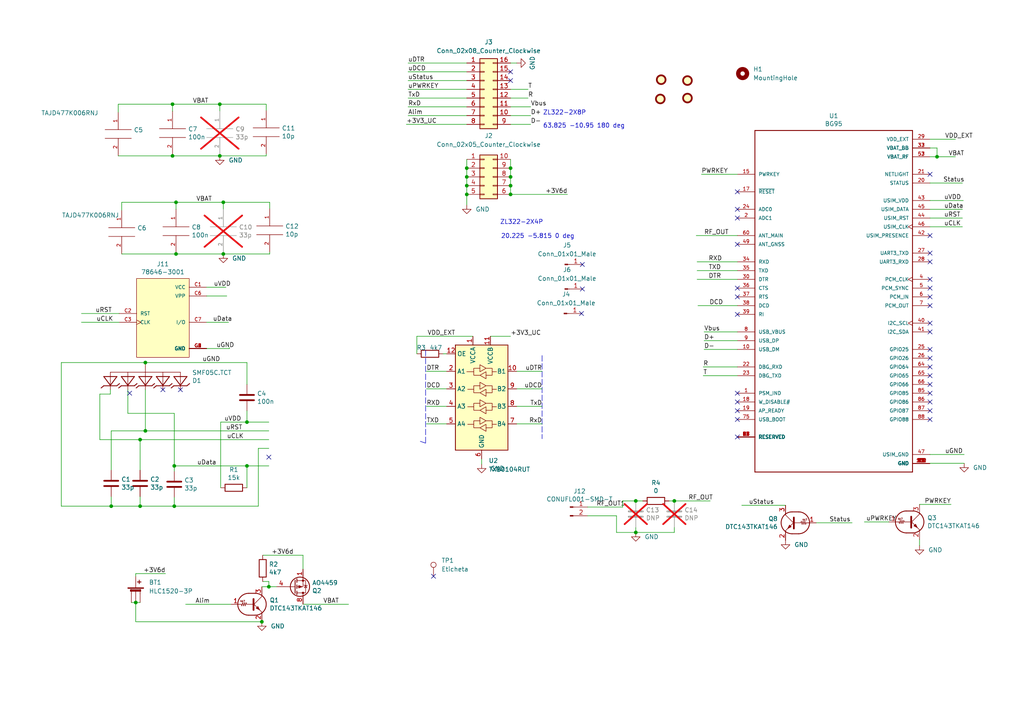
<source format=kicad_sch>
(kicad_sch (version 20231120) (generator "eeschema") (generator_version "8.0")
  (paper "A4")
  (title_block (title "Modem BG95") (rev "4.0") (company "Delta Electronics SRL"))
  (lib_symbols
    (symbol "BG95:BG95" (pin_names (offset 1.016))
      (property "Reference" "U" (at -22.86 49.276 0))
      (property "Value" "BG95_BG95" (at -22.86 -53.34 0))
      (symbol "BG95_0_0"
        (pin output line (at -27.94 -27.94 0) (length 5.08) (name "PSM_IND") (number "1"))
        (pin bidirectional line (at -27.94 -15.24 0) (length 5.08) (name "USB_DM") (number "10"))
        (pin power_in line (at 27.94 -48.26 180) (length 5.08) (name "GND") (number "100"))
        (pin power_in line (at 27.94 -48.26 180) (length 5.08) (name "GND") (number "101"))
        (pin power_in line (at 27.94 -48.26 180) (length 5.08) (name "GND") (number "102"))
        (pin bidirectional line (at -27.94 -40.64 0) (length 5.08) (name "RESERVED") (number "11"))
        (pin bidirectional line (at -27.94 -40.64 0) (length 5.08) (name "RESERVED") (number "12"))
        (pin bidirectional line (at -27.94 -40.64 0) (length 5.08) (name "RESERVED") (number "13"))
        (pin bidirectional line (at -27.94 -40.64 0) (length 5.08) (name "RESERVED") (number "14"))
        (pin input line (at -27.94 35.56 0) (length 5.08) (name "PWRKEY") (number "15"))
        (pin bidirectional line (at -27.94 -40.64 0) (length 5.08) (name "RESERVED") (number "16"))
        (pin input line (at -27.94 30.48 0) (length 5.08) (name "~{RESET}") (number "17"))
        (pin input line (at -27.94 -30.48 0) (length 5.08) (name "W_DISABLE#") (number "18"))
        (pin input line (at -27.94 -33.02 0) (length 5.08) (name "AP_READY") (number "19"))
        (pin input line (at -27.94 22.86 0) (length 5.08) (name "ADC1") (number "2"))
        (pin output line (at 27.94 33.02 180) (length 5.08) (name "STATUS") (number "20"))
        (pin output line (at 27.94 35.56 180) (length 5.08) (name "NETLIGHT") (number "21"))
        (pin input line (at -27.94 -20.32 0) (length 5.08) (name "DBG_RXD") (number "22"))
        (pin output line (at -27.94 -22.86 0) (length 5.08) (name "DBG_TXD") (number "23"))
        (pin input line (at -27.94 25.4 0) (length 5.08) (name "ADC0") (number "24"))
        (pin bidirectional line (at 27.94 -15.24 180) (length 5.08) (name "GPIO25") (number "25"))
        (pin bidirectional line (at 27.94 -17.78 180) (length 5.08) (name "GPIO26") (number "26"))
        (pin output line (at 27.94 12.7 180) (length 5.08) (name "UART3_TXD") (number "27"))
        (pin input line (at 27.94 10.16 180) (length 5.08) (name "UART3_RXD") (number "28"))
        (pin power_in line (at 27.94 45.72 180) (length 5.08) (name "VDD_EXT") (number "29"))
        (pin power_in line (at 27.94 -48.26 180) (length 5.08) (name "GND") (number "3"))
        (pin input line (at -27.94 5.08 0) (length 5.08) (name "DTR") (number "30"))
        (pin power_in line (at 27.94 -48.26 180) (length 5.08) (name "GND") (number "31"))
        (pin power_in line (at 27.94 43.18 180) (length 5.08) (name "VBAT_BB") (number "32"))
        (pin power_in line (at 27.94 43.18 180) (length 5.08) (name "VBAT_BB") (number "33"))
        (pin input line (at -27.94 10.16 0) (length 5.08) (name "RXD") (number "34"))
        (pin output line (at -27.94 7.62 0) (length 5.08) (name "TXD") (number "35"))
        (pin output line (at -27.94 2.54 0) (length 5.08) (name "CTS") (number "36"))
        (pin input line (at -27.94 0 0) (length 5.08) (name "RTS") (number "37"))
        (pin output line (at -27.94 -2.54 0) (length 5.08) (name "DCD") (number "38"))
        (pin output line (at -27.94 -5.08 0) (length 5.08) (name "RI") (number "39"))
        (pin output clock (at 27.94 5.08 180) (length 5.08) (name "PCM_CLK") (number "4"))
        (pin output clock (at 27.94 -7.62 180) (length 5.08) (name "I2C_SCL") (number "40"))
        (pin bidirectional line (at 27.94 -10.16 180) (length 5.08) (name "I2C_SDA") (number "41"))
        (pin input line (at 27.94 17.78 180) (length 5.08) (name "USIM_PRESENCE") (number "42"))
        (pin power_in line (at 27.94 27.94 180) (length 5.08) (name "USIM_VDD") (number "43"))
        (pin output line (at 27.94 22.86 180) (length 5.08) (name "USIM_RST") (number "44"))
        (pin bidirectional line (at 27.94 25.4 180) (length 5.08) (name "USIM_DATA") (number "45"))
        (pin output clock (at 27.94 20.32 180) (length 5.08) (name "USIM_CLK") (number "46"))
        (pin power_in line (at 27.94 -45.72 180) (length 5.08) (name "USIM_GND") (number "47"))
        (pin power_in line (at 27.94 -48.26 180) (length 5.08) (name "GND") (number "48"))
        (pin input line (at -27.94 15.24 0) (length 5.08) (name "ANT_GNSS") (number "49"))
        (pin output line (at 27.94 2.54 180) (length 5.08) (name "PCM_SYNC") (number "5"))
        (pin power_in line (at 27.94 -48.26 180) (length 5.08) (name "GND") (number "50"))
        (pin bidirectional line (at -27.94 -40.64 0) (length 5.08) (name "RESERVED") (number "51"))
        (pin power_in line (at 27.94 40.64 180) (length 5.08) (name "VBAT_RF") (number "52"))
        (pin power_in line (at 27.94 40.64 180) (length 5.08) (name "VBAT_RF") (number "53"))
        (pin power_in line (at 27.94 -48.26 180) (length 5.08) (name "GND") (number "54"))
        (pin power_in line (at 27.94 -48.26 180) (length 5.08) (name "GND") (number "55"))
        (pin bidirectional line (at -27.94 -40.64 0) (length 5.08) (name "RESERVED") (number "56"))
        (pin bidirectional line (at -27.94 -40.64 0) (length 5.08) (name "RESERVED") (number "57"))
        (pin power_in line (at 27.94 -48.26 180) (length 5.08) (name "GND") (number "58"))
        (pin power_in line (at 27.94 -48.26 180) (length 5.08) (name "GND") (number "59"))
        (pin input line (at 27.94 0 180) (length 5.08) (name "PCM_IN") (number "6"))
        (pin bidirectional line (at -27.94 17.78 0) (length 5.08) (name "ANT_MAIN") (number "60"))
        (pin power_in line (at 27.94 -48.26 180) (length 5.08) (name "GND") (number "61"))
        (pin power_in line (at 27.94 -48.26 180) (length 5.08) (name "GND") (number "62"))
        (pin bidirectional line (at -27.94 -40.64 0) (length 5.08) (name "RESERVED") (number "63"))
        (pin bidirectional line (at 27.94 -20.32 180) (length 5.08) (name "GPIO64") (number "64"))
        (pin bidirectional line (at 27.94 -22.86 180) (length 5.08) (name "GPIO65") (number "65"))
        (pin bidirectional line (at 27.94 -25.4 180) (length 5.08) (name "GPIO66") (number "66"))
        (pin power_in line (at 27.94 -48.26 180) (length 5.08) (name "GND") (number "67"))
        (pin power_in line (at 27.94 -48.26 180) (length 5.08) (name "GND") (number "68"))
        (pin power_in line (at 27.94 -48.26 180) (length 5.08) (name "GND") (number "69"))
        (pin output line (at 27.94 -2.54 180) (length 5.08) (name "PCM_OUT") (number "7"))
        (pin power_in line (at 27.94 -48.26 180) (length 5.08) (name "GND") (number "70"))
        (pin power_in line (at 27.94 -48.26 180) (length 5.08) (name "GND") (number "71"))
        (pin power_in line (at 27.94 -48.26 180) (length 5.08) (name "GND") (number "72"))
        (pin power_in line (at 27.94 -48.26 180) (length 5.08) (name "GND") (number "73"))
        (pin power_in line (at 27.94 -48.26 180) (length 5.08) (name "GND") (number "74"))
        (pin input line (at -27.94 -35.56 0) (length 5.08) (name "USB_BOOT") (number "75"))
        (pin bidirectional line (at -27.94 -40.64 0) (length 5.08) (name "RESERVED") (number "76"))
        (pin bidirectional line (at -27.94 -40.64 0) (length 5.08) (name "RESERVED") (number "77"))
        (pin bidirectional line (at -27.94 -40.64 0) (length 5.08) (name "RESERVED") (number "78"))
        (pin power_in line (at 27.94 -48.26 180) (length 5.08) (name "GND") (number "79"))
        (pin input line (at -27.94 -10.16 0) (length 5.08) (name "USB_VBUS") (number "8"))
        (pin power_in line (at 27.94 -48.26 180) (length 5.08) (name "GND") (number "80"))
        (pin power_in line (at 27.94 -48.26 180) (length 5.08) (name "GND") (number "81"))
        (pin power_in line (at 27.94 -48.26 180) (length 5.08) (name "GND") (number "82"))
        (pin bidirectional line (at -27.94 -40.64 0) (length 5.08) (name "RESERVED") (number "83"))
        (pin bidirectional line (at -27.94 -40.64 0) (length 5.08) (name "RESERVED") (number "84"))
        (pin bidirectional line (at 27.94 -27.94 180) (length 5.08) (name "GPIO85") (number "85"))
        (pin bidirectional line (at 27.94 -30.48 180) (length 5.08) (name "GPIO86") (number "86"))
        (pin bidirectional line (at 27.94 -33.02 180) (length 5.08) (name "GPIO87") (number "87"))
        (pin bidirectional line (at 27.94 -35.56 180) (length 5.08) (name "GPIO88") (number "88"))
        (pin power_in line (at 27.94 -48.26 180) (length 5.08) (name "GND") (number "89"))
        (pin bidirectional line (at -27.94 -12.7 0) (length 5.08) (name "USB_DP") (number "9"))
        (pin power_in line (at 27.94 -48.26 180) (length 5.08) (name "GND") (number "90"))
        (pin power_in line (at 27.94 -48.26 180) (length 5.08) (name "GND") (number "91"))
        (pin bidirectional line (at -27.94 -40.64 0) (length 5.08) (name "RESERVED") (number "92"))
        (pin bidirectional line (at -27.94 -40.64 0) (length 5.08) (name "RESERVED") (number "93"))
        (pin bidirectional line (at -27.94 -40.64 0) (length 5.08) (name "RESERVED") (number "94"))
        (pin bidirectional line (at -27.94 -40.64 0) (length 5.08) (name "RESERVED") (number "95"))
        (pin bidirectional line (at -27.94 -40.64 0) (length 5.08) (name "RESERVED") (number "96"))
        (pin bidirectional line (at -27.94 -40.64 0) (length 5.08) (name "RESERVED") (number "97"))
        (pin bidirectional line (at -27.94 -40.64 0) (length 5.08) (name "RESERVED") (number "98"))
        (pin bidirectional line (at -27.94 -40.64 0) (length 5.08) (name "RESERVED") (number "99"))
      )
    )
    (symbol "Connector:Conn_01x01_Male" (pin_names (offset 1.016) hide)
      (property "Reference" "J" (at 0 2.54 0))
      (property "Value" "Conn_01x01_Male" (at 0 -2.54 0))
      (symbol "Conn_01x01_Male_1_1"
        (pin passive line (at 5.08 0 180) (length 3.81) (name "Pin_1") (number "1"))
      )
    )
    (symbol "Connector:Conn_01x02_Male" (pin_names (offset 1.016) hide)
      (property "Reference" "J" (at 0 2.54 0))
      (property "Value" "Conn_01x02_Male" (at 0 -5.08 0))
      (symbol "Conn_01x02_Male_1_1"
        (pin passive line (at 5.08 0 180) (length 3.81) (name "Pin_1") (number "1"))
        (pin passive line (at 5.08 -2.54 180) (length 3.81) (name "Pin_2") (number "2"))
      )
    )
    (symbol "Connector:TestPoint" (pin_numbers hide) (pin_names (offset 0.762) hide)
      (property "Reference" "TP" (at 0 6.858 0))
      (property "Value" "TestPoint" (at 0 5.08 0))
      (symbol "TestPoint_1_1"
        (pin passive line (at 0 0 90) (length 2.54) (name "1") (number "1"))
      )
    )
    (symbol "Connector_Generic:Conn_02x05_Counter_Clockwise" (pin_names (offset 1.016) hide)
      (property "Reference" "J" (at 1.27 7.62 0))
      (property "Value" "Conn_02x05_Counter_Clockwise" (at 1.27 -7.62 0))
      (symbol "Conn_02x05_Counter_Clockwise_1_1"
        (pin passive line (at -5.08 5.08 0) (length 3.81) (name "Pin_1") (number "1"))
        (pin passive line (at 7.62 5.08 180) (length 3.81) (name "Pin_10") (number "10"))
        (pin passive line (at -5.08 2.54 0) (length 3.81) (name "Pin_2") (number "2"))
        (pin passive line (at -5.08 0 0) (length 3.81) (name "Pin_3") (number "3"))
        (pin passive line (at -5.08 -2.54 0) (length 3.81) (name "Pin_4") (number "4"))
        (pin passive line (at -5.08 -5.08 0) (length 3.81) (name "Pin_5") (number "5"))
        (pin passive line (at 7.62 -5.08 180) (length 3.81) (name "Pin_6") (number "6"))
        (pin passive line (at 7.62 -2.54 180) (length 3.81) (name "Pin_7") (number "7"))
        (pin passive line (at 7.62 0 180) (length 3.81) (name "Pin_8") (number "8"))
        (pin passive line (at 7.62 2.54 180) (length 3.81) (name "Pin_9") (number "9"))
      )
    )
    (symbol "Connector_Generic:Conn_02x08_Counter_Clockwise" (pin_names (offset 1.016) hide)
      (property "Reference" "J" (at 1.27 10.16 0))
      (property "Value" "Conn_02x08_Counter_Clockwise" (at 1.27 -12.7 0))
      (symbol "Conn_02x08_Counter_Clockwise_1_1"
        (pin passive line (at -5.08 7.62 0) (length 3.81) (name "Pin_1") (number "1"))
        (pin passive line (at 7.62 -7.62 180) (length 3.81) (name "Pin_10") (number "10"))
        (pin passive line (at 7.62 -5.08 180) (length 3.81) (name "Pin_11") (number "11"))
        (pin passive line (at 7.62 -2.54 180) (length 3.81) (name "Pin_12") (number "12"))
        (pin passive line (at 7.62 0 180) (length 3.81) (name "Pin_13") (number "13"))
        (pin passive line (at 7.62 2.54 180) (length 3.81) (name "Pin_14") (number "14"))
        (pin passive line (at 7.62 5.08 180) (length 3.81) (name "Pin_15") (number "15"))
        (pin passive line (at 7.62 7.62 180) (length 3.81) (name "Pin_16") (number "16"))
        (pin passive line (at -5.08 5.08 0) (length 3.81) (name "Pin_2") (number "2"))
        (pin passive line (at -5.08 2.54 0) (length 3.81) (name "Pin_3") (number "3"))
        (pin passive line (at -5.08 0 0) (length 3.81) (name "Pin_4") (number "4"))
        (pin passive line (at -5.08 -2.54 0) (length 3.81) (name "Pin_5") (number "5"))
        (pin passive line (at -5.08 -5.08 0) (length 3.81) (name "Pin_6") (number "6"))
        (pin passive line (at -5.08 -7.62 0) (length 3.81) (name "Pin_7") (number "7"))
        (pin passive line (at -5.08 -10.16 0) (length 3.81) (name "Pin_8") (number "8"))
        (pin passive line (at 7.62 -10.16 180) (length 3.81) (name "Pin_9") (number "9"))
      )
    )
    (symbol "Device:C" (pin_numbers hide) (pin_names (offset 0.254))
      (property "Reference" "C" (at 0.635 2.54 0))
      (property "Value" "C" (at 0.635 -2.54 0))
      (symbol "C_1_1"
        (pin passive line (at 0 3.81 270) (length 2.794) (name "~") (number "1"))
        (pin passive line (at 0 -3.81 90) (length 2.794) (name "~") (number "2"))
      )
    )
    (symbol "Device:HLC1520-3P" (pin_numbers hide) (pin_names (offset 0) hide)
      (property "Reference" "BT" (at 2.54 2.54 0))
      (property "Value" "HLC1520-3P" (at 2.54 0 0))
      (symbol "HLC1520-3P_1_1"
        (pin passive line (at 0 5.08 270) (length 2.54) (name "+") (number "1"))
        (pin passive line (at 0 -2.54 90) (length 2.54) (name "-") (number "2"))
        (pin passive line (at -1.27 -2.54 90) (length 2.54) (name "-") (number "3"))
        (pin passive line (at 1.27 -2.54 90) (length 2.54) (name "-") (number "4"))
      )
    )
    (symbol "Device:R" (pin_numbers hide) (pin_names (offset 0))
      (property "Reference" "R" (at 2.032 0 90))
      (property "Value" "R" (at 0 0 90))
      (symbol "R_1_1"
        (pin passive line (at 0 3.81 270) (length 1.27) (name "~") (number "1"))
        (pin passive line (at 0 -3.81 90) (length 1.27) (name "~") (number "2"))
      )
    )
    (symbol "Logic_LevelTranslator:TXB0104RUT"
      (property "Reference" "U" (at -6.35 16.51 0))
      (property "Value" "TXB0104RUT" (at 3.81 16.51 0))
      (symbol "TXB0104RUT_1_1"
        (pin power_in line (at -2.54 17.78 270) (length 2.54) (name "VCCA") (number "1"))
        (pin tri_state line (at 10.16 7.62 180) (length 2.54) (name "B1") (number "10"))
        (pin power_in line (at 2.54 17.78 270) (length 2.54) (name "VCCB") (number "11"))
        (pin input line (at -10.16 12.7 0) (length 2.54) (name "OE") (number "12"))
        (pin tri_state line (at -10.16 7.62 0) (length 2.54) (name "A1") (number "2"))
        (pin tri_state line (at -10.16 2.54 0) (length 2.54) (name "A2") (number "3"))
        (pin tri_state line (at -10.16 -2.54 0) (length 2.54) (name "A3") (number "4"))
        (pin tri_state line (at -10.16 -7.62 0) (length 2.54) (name "A4") (number "5"))
        (pin power_in line (at 0 -17.78 90) (length 2.54) (name "GND") (number "6"))
        (pin tri_state line (at 10.16 -7.62 180) (length 2.54) (name "B4") (number "7"))
        (pin tri_state line (at 10.16 -2.54 180) (length 2.54) (name "B3") (number "8"))
        (pin tri_state line (at 10.16 2.54 180) (length 2.54) (name "B2") (number "9"))
      )
    )
    (symbol "Mechanical:Fiducial"
      (property "Reference" "FID" (at 0 5.08 0))
      (property "Value" "Fiducial" (at 0 3.175 0))
    )
    (symbol "Mechanical:MountingHole" (pin_names (offset 1.016))
      (property "Reference" "H" (at 0 5.08 0))
      (property "Value" "MountingHole" (at 0 3.175 0))
    )
    (symbol "SMF05C:SMF05C" (pin_numbers hide) (pin_names (offset 1.016) hide)
      (property "Reference" "D" (at -23.0124 0.1016 0))
      (property "Value" "SMF05C_SMF05C" (at -23.0378 -1.9558 0))
      (symbol "SMF05C_0_0"
        (pin passive line (at -7.62 2.54 270) (length 2.54) (name "~") (number "1"))
        (pin passive line (at 2.54 -5.08 90) (length 2.54) (name "~") (number "2"))
        (pin passive line (at -2.54 2.54 270) (length 2.54) (name "~") (number "3"))
        (pin passive line (at 2.54 2.54 270) (length 2.54) (name "~") (number "4"))
        (pin passive line (at 7.62 2.54 270) (length 2.54) (name "~") (number "5"))
        (pin passive line (at 12.7 2.54 270) (length 2.54) (name "~") (number "6"))
      )
    )
    (symbol "SimSocketMolex:78646-3001" (pin_names (offset 1.016))
      (property "Reference" "J" (at -7.112 10.668 0))
      (property "Value" "SimSocketMolex_78646-3001" (at -7.3914 -14.7828 0))
      (symbol "78646-3001_0_0"
        (pin power_in line (at 12.7 7.62 180) (length 5.08) (name "VCC") (number "C1"))
        (pin input line (at -12.7 0 0) (length 5.08) (name "RST") (number "C2"))
        (pin input clock (at -12.7 -2.54 0) (length 5.08) (name "CLK") (number "C3"))
        (pin power_in line (at 12.7 -10.16 180) (length 5.08) (name "GND") (number "C5"))
        (pin power_in line (at 12.7 5.08 180) (length 5.08) (name "VPP") (number "C6"))
        (pin bidirectional line (at 12.7 -2.54 180) (length 5.08) (name "I/O") (number "C7"))
        (pin power_in line (at 12.7 -10.16 180) (length 5.08) (name "GND") (number "G1"))
        (pin power_in line (at 12.7 -10.16 180) (length 5.08) (name "GND") (number "G2"))
        (pin power_in line (at 12.7 -10.16 180) (length 5.08) (name "GND") (number "G3"))
        (pin power_in line (at 12.7 -10.16 180) (length 5.08) (name "GND") (number "G4"))
        (pin power_in line (at 12.7 -10.16 180) (length 5.08) (name "GND") (number "G5"))
        (pin power_in line (at 12.7 -10.16 180) (length 5.08) (name "GND") (number "G6"))
      )
    )
    (symbol "Transistor_BJT:DTC143T" (pin_names (offset 0) hide)
      (property "Reference" "Q" (at 5.08 1.905 0))
      (property "Value" "DTC143T" (at 5.08 0 0))
      (symbol "DTC143T_0_0"
        (text "4k7" (at -3.048 0.889 0) (effects (font (size 0.508 0.508))))
      )
      (symbol "DTC143T_1_1"
        (pin input line (at -6.35 0 0) (length 2.54) (name "B") (number "1"))
        (pin passive line (at 2.54 -5.08 90) (length 2.54) (name "E") (number "2"))
        (pin passive line (at 2.54 5.08 270) (length 2.54) (name "C") (number "3"))
      )
    )
    (symbol "Transistor_FET:FDS9435A" (pin_names hide)
      (property "Reference" "Q" (at 5.08 1.905 0))
      (property "Value" "FDS9435A" (at 5.08 0 0))
      (symbol "FDS9435A_1_1"
        (pin passive line (at 2.54 -5.08 90) (length 2.54) (name "S") (number "1"))
        (pin passive line (at 2.54 -5.08 90) (length 2.54) hide (name "S") (number "2"))
        (pin passive line (at 2.54 -5.08 90) (length 2.54) hide (name "S") (number "3"))
        (pin passive line (at -5.08 0 0) (length 2.54) (name "G") (number "4"))
        (pin passive line (at 2.54 5.08 270) (length 2.54) hide (name "D") (number "5"))
        (pin passive line (at 2.54 5.08 270) (length 2.54) hide (name "D") (number "6"))
        (pin passive line (at 2.54 5.08 270) (length 2.54) hide (name "D") (number "7"))
        (pin passive line (at 2.54 5.08 270) (length 2.54) (name "D") (number "8"))
      )
    )
    (symbol "power:GND" (power) (pin_names (offset 0))
      (property "Value" "GND" (at 0 -3.81 0))
      (symbol "GND_1_1"
        (pin power_in line (at 0 0 270) (length 0) hide (name "GND") (number "1"))
      )
    )
    (symbol "pspice:CAP" (pin_names (offset 0.254))
      (property "Reference" "C" (at 2.54 3.81 90))
      (property "Value" "CAP" (at 2.54 -3.81 90))
      (symbol "CAP_1_1"
        (pin passive line (at 0 6.35 270) (length 5.08) (name "~") (number "1"))
        (pin passive line (at 0 -6.35 90) (length 5.08) (name "~") (number "2"))
      )
    )
  )
  (junction (at 148.082 51.308))
  (junction (at 135.382 48.768))
  (junction (at 184.404 145.288))
  (junction (at 64.77 58.674))
  (junction (at 42.164 124.968))
  (junction (at 135.382 53.848))
  (junction (at 50.546 146.812))
  (junction (at 64.77 73.66))
  (junction (at 77.978 170.18))
  (junction (at 50.038 45.212))
  (junction (at 71.628 122.428))
  (junction (at 42.164 105.156))
  (junction (at 51.054 58.674))
  (junction (at 195.58 145.288))
  (junction (at 51.054 73.66))
  (junction (at 184.404 154.432))
  (junction (at 135.382 56.388))
  (junction (at 32.258 146.812))
  (junction (at 148.082 53.848))
  (junction (at 148.082 48.768))
  (junction (at 75.946 180.34))
  (junction (at 50.038 30.226))
  (junction (at 50.546 135.128))
  (junction (at 71.628 135.128))
  (junction (at 271.78 45.466))
  (junction (at 39.37 174.752))
  (junction (at 63.754 30.226))
  (junction (at 63.754 45.212))
  (junction (at 40.64 146.812))
  (junction (at 40.64 127.508))
  (junction (at 135.382 51.308))
  (junction (at 148.082 56.388))
  (no_connect (at 168.656 90.932))
  (no_connect (at 269.748 106.426))
  (no_connect (at 52.324 113.03))
  (no_connect (at 269.748 75.946))
  (no_connect (at 213.868 114.046))
  (no_connect (at 213.868 121.666))
  (no_connect (at 213.868 86.106))
  (no_connect (at 269.748 114.046))
  (no_connect (at 168.91 76.708))
  (no_connect (at 269.748 101.346))
  (no_connect (at 269.748 68.326))
  (no_connect (at 269.748 116.586))
  (no_connect (at 269.748 121.666))
  (no_connect (at 213.868 119.126))
  (no_connect (at 148.082 23.368))
  (no_connect (at 148.082 20.828))
  (no_connect (at 213.868 83.566))
  (no_connect (at 269.748 93.726))
  (no_connect (at 269.748 119.126))
  (no_connect (at 269.748 108.966))
  (no_connect (at 125.73 167.132))
  (no_connect (at 47.244 113.03))
  (no_connect (at 213.868 126.746))
  (no_connect (at 213.868 116.586))
  (no_connect (at 269.748 86.106))
  (no_connect (at 269.748 83.566))
  (no_connect (at 213.868 91.186))
  (no_connect (at 77.978 132.588))
  (no_connect (at 213.868 70.866))
  (no_connect (at 37.592 114.046))
  (no_connect (at 269.748 73.406))
  (no_connect (at 269.748 88.646))
  (no_connect (at 213.868 55.626))
  (no_connect (at 269.748 50.546))
  (no_connect (at 269.748 103.886))
  (no_connect (at 269.748 81.026))
  (no_connect (at 213.868 63.246))
  (no_connect (at 213.868 60.706))
  (no_connect (at 269.748 96.266))
  (no_connect (at 269.748 111.506))
  (no_connect (at 168.91 83.82))
  (wire (pts (xy 74.93 146.812) (xy 50.546 146.812)))
  (wire (pts (xy 118.364 28.448) (xy 135.382 28.448)))
  (wire (pts (xy 148.082 36.068) (xy 153.924 36.068)))
  (wire (pts (xy 37.084 119.888) (xy 37.084 113.03)))
  (wire (pts (xy 180.594 145.288) (xy 180.594 147.066)))
  (wire (pts (xy 203.962 108.966) (xy 213.868 108.966)))
  (wire (pts (xy 204.216 98.806) (xy 213.868 98.806)))
  (wire (pts (xy 266.7 156.464) (xy 266.7 158.242)))
  (wire (pts (xy 35.306 58.674) (xy 51.054 58.674)))
  (wire (pts (xy 157.226 107.696) (xy 149.86 107.696)))
  (wire (pts (xy 195.58 152.908) (xy 195.58 154.432)))
  (wire (pts (xy 204.216 96.266) (xy 213.868 96.266)))
  (wire (pts (xy 40.64 144.018) (xy 40.64 146.812)))
  (wire (pts (xy 50.038 30.226) (xy 63.754 30.226)))
  (wire (pts (xy 269.748 65.786) (xy 279.146 65.786)))
  (wire (pts (xy 32.258 146.812) (xy 40.64 146.812)))
  (wire (pts (xy 17.78 146.812) (xy 32.258 146.812)))
  (wire (pts (xy 32.258 144.018) (xy 32.258 146.812)))
  (wire (pts (xy 120.904 97.536) (xy 120.904 102.616)))
  (wire (pts (xy 213.868 88.646) (xy 202.438 88.646)))
  (wire (pts (xy 64.008 122.428) (xy 71.628 122.428)))
  (wire (pts (xy 148.082 48.768) (xy 148.082 51.308)))
  (wire (pts (xy 59.944 85.852) (xy 65.786 85.852)))
  (wire (pts (xy 40.64 127.508) (xy 77.978 127.508)))
  (wire (pts (xy 39.37 166.37) (xy 48.006 166.37)))
  (wire (pts (xy 118.364 25.908) (xy 135.382 25.908)))
  (wire (pts (xy 76.2 168.656) (xy 77.978 168.656)))
  (wire (pts (xy 129.54 112.776) (xy 123.698 112.776)))
  (wire (pts (xy 50.038 32.258) (xy 50.038 30.226)))
  (wire (pts (xy 34.29 45.212) (xy 50.038 45.212)))
  (wire (pts (xy 269.748 42.926) (xy 271.78 42.926)))
  (wire (pts (xy 71.628 122.428) (xy 77.978 122.428)))
  (wire (pts (xy 78.232 73.66) (xy 78.232 73.152)))
  (wire (pts (xy 39.37 180.34) (xy 39.37 174.752)))
  (wire (pts (xy 32.258 124.968) (xy 32.258 136.398)))
  (wire (pts (xy 148.082 46.228) (xy 148.082 48.768)))
  (wire (pts (xy 50.038 45.212) (xy 50.038 44.958)))
  (wire (pts (xy 87.884 175.26) (xy 101.092 175.26)))
  (wire (pts (xy 269.748 45.466) (xy 271.78 45.466)))
  (wire (pts (xy 64.77 58.674) (xy 78.232 58.674)))
  (wire (pts (xy 77.216 30.226) (xy 77.216 32.004)))
  (wire (pts (xy 135.382 23.368) (xy 118.364 23.368)))
  (wire (pts (xy 118.364 30.988) (xy 135.382 30.988)))
  (wire (pts (xy 67.056 175.26) (xy 53.848 175.26)))
  (wire (pts (xy 50.546 135.128) (xy 71.628 135.128)))
  (polyline (pts (xy 157.226 103.124) (xy 157.226 127.254)) (stroke (width 0) (type dash)))
  (wire (pts (xy 35.306 60.96) (xy 35.306 58.674)))
  (wire (pts (xy 59.944 93.472) (xy 66.294 93.472)))
  (wire (pts (xy 34.29 30.226) (xy 50.038 30.226)))
  (wire (pts (xy 35.306 73.66) (xy 51.054 73.66)))
  (wire (pts (xy 50.546 119.888) (xy 37.084 119.888)))
  (wire (pts (xy 203.962 106.426) (xy 213.868 106.426)))
  (wire (pts (xy 139.7 133.096) (xy 139.7 134.62)))
  (wire (pts (xy 77.978 135.128) (xy 71.628 135.128)))
  (wire (pts (xy 148.082 30.988) (xy 153.924 30.988)))
  (wire (pts (xy 135.382 20.828) (xy 118.364 20.828)))
  (wire (pts (xy 28.956 114.3) (xy 32.004 114.3)))
  (wire (pts (xy 64.77 73.66) (xy 64.77 73.406)))
  (wire (pts (xy 77.978 170.18) (xy 80.264 170.18)))
  (wire (pts (xy 123.698 107.696) (xy 129.54 107.696)))
  (wire (pts (xy 184.404 154.432) (xy 195.58 154.432)))
  (wire (pts (xy 63.754 32.258) (xy 63.754 30.226)))
  (wire (pts (xy 42.164 113.03) (xy 42.164 124.968)))
  (wire (pts (xy 64.77 60.706) (xy 64.77 58.674)))
  (wire (pts (xy 39.37 174.752) (xy 40.64 174.752)))
  (wire (pts (xy 17.78 146.812) (xy 17.78 105.156)))
  (wire (pts (xy 148.082 53.848) (xy 148.082 56.388)))
  (wire (pts (xy 148.082 56.388) (xy 164.592 56.388)))
  (wire (pts (xy 195.58 145.288) (xy 205.994 145.288)))
  (wire (pts (xy 129.54 117.856) (xy 123.698 117.856)))
  (wire (pts (xy 34.544 93.472) (xy 23.622 93.472)))
  (wire (pts (xy 74.93 130.048) (xy 74.93 146.812)))
  (wire (pts (xy 257.81 151.384) (xy 250.698 151.384)))
  (wire (pts (xy 40.64 127.508) (xy 40.64 136.398)))
  (wire (pts (xy 213.868 81.026) (xy 202.184 81.026)))
  (wire (pts (xy 34.544 90.932) (xy 23.622 90.932)))
  (wire (pts (xy 157.226 117.856) (xy 149.86 117.856)))
  (wire (pts (xy 75.946 170.18) (xy 77.978 170.18)))
  (wire (pts (xy 66.548 101.092) (xy 66.548 100.838)))
  (wire (pts (xy 170.434 149.606) (xy 178.816 149.606)))
  (wire (pts (xy 51.054 60.706) (xy 51.054 58.674)))
  (wire (pts (xy 148.082 28.448) (xy 153.162 28.448)))
  (wire (pts (xy 63.754 30.226) (xy 77.216 30.226)))
  (wire (pts (xy 63.754 45.212) (xy 63.754 44.958)))
  (wire (pts (xy 180.594 147.066) (xy 170.434 147.066)))
  (wire (pts (xy 17.78 105.156) (xy 42.164 105.156)))
  (wire (pts (xy 184.404 145.288) (xy 186.436 145.288)))
  (wire (pts (xy 71.628 119.126) (xy 71.628 122.428)))
  (wire (pts (xy 77.216 45.212) (xy 77.216 44.704)))
  (wire (pts (xy 77.978 168.656) (xy 77.978 170.18)))
  (wire (pts (xy 271.78 42.926) (xy 271.78 45.466)))
  (wire (pts (xy 51.054 58.674) (xy 64.77 58.674)))
  (wire (pts (xy 64.77 73.66) (xy 78.232 73.66)))
  (wire (pts (xy 184.404 145.288) (xy 180.594 145.288)))
  (wire (pts (xy 78.232 58.674) (xy 78.232 60.452)))
  (wire (pts (xy 50.038 45.212) (xy 63.754 45.212)))
  (wire (pts (xy 213.868 68.326) (xy 201.93 68.326)))
  (wire (pts (xy 129.54 122.936) (xy 123.698 122.936)))
  (wire (pts (xy 40.64 127.508) (xy 28.956 127.508)))
  (wire (pts (xy 51.054 73.66) (xy 51.054 73.406)))
  (wire (pts (xy 269.748 53.086) (xy 279.146 53.086)))
  (wire (pts (xy 203.454 50.546) (xy 213.868 50.546)))
  (wire (pts (xy 77.978 124.968) (xy 42.164 124.968)))
  (wire (pts (xy 59.944 101.092) (xy 66.548 101.092)))
  (wire (pts (xy 194.056 145.288) (xy 195.58 145.288)))
  (wire (pts (xy 148.082 25.908) (xy 153.162 25.908)))
  (wire (pts (xy 135.382 46.228) (xy 135.382 48.768)))
  (wire (pts (xy 87.884 161.036) (xy 87.884 165.1)))
  (wire (pts (xy 157.226 112.776) (xy 149.86 112.776)))
  (wire (pts (xy 148.082 33.528) (xy 153.924 33.528)))
  (wire (pts (xy 135.382 56.388) (xy 135.382 59.436)))
  (wire (pts (xy 42.164 105.156) (xy 42.164 105.41)))
  (wire (pts (xy 59.944 83.312) (xy 65.532 83.312)))
  (wire (pts (xy 51.054 73.66) (xy 64.77 73.66)))
  (wire (pts (xy 135.382 48.768) (xy 135.382 51.308)))
  (wire (pts (xy 135.382 53.848) (xy 135.382 56.388)))
  (wire (pts (xy 269.748 40.386) (xy 277.114 40.386)))
  (wire (pts (xy 269.748 63.246) (xy 279.146 63.246)))
  (wire (pts (xy 128.524 102.616) (xy 129.54 102.616)))
  (wire (pts (xy 148.082 51.308) (xy 148.082 53.848)))
  (wire (pts (xy 266.7 146.304) (xy 275.844 146.304)))
  (wire (pts (xy 42.164 124.968) (xy 32.258 124.968)))
  (wire (pts (xy 42.164 105.156) (xy 71.628 105.156)))
  (wire (pts (xy 213.868 78.486) (xy 202.184 78.486)))
  (wire (pts (xy 63.754 45.212) (xy 77.216 45.212)))
  (wire (pts (xy 213.868 75.946) (xy 202.184 75.946)))
  (wire (pts (xy 269.748 58.166) (xy 279.4 58.166)))
  (wire (pts (xy 269.748 131.826) (xy 279.654 131.826)))
  (wire (pts (xy 178.816 149.606) (xy 178.816 154.432)))
  (wire (pts (xy 227.838 146.558) (xy 215.138 146.558)))
  (wire (pts (xy 32.004 114.3) (xy 32.004 113.03)))
  (wire (pts (xy 157.226 122.936) (xy 149.86 122.936)))
  (wire (pts (xy 50.546 119.888) (xy 50.546 135.128)))
  (wire (pts (xy 269.748 60.706) (xy 279.146 60.706)))
  (polyline (pts (xy 121.92 128.016) (xy 123.444 128.524)) (stroke (width 0) (type dash)))
  (wire (pts (xy 204.216 101.346) (xy 213.868 101.346)))
  (wire (pts (xy 120.904 97.536) (xy 137.16 97.536)))
  (wire (pts (xy 76.2 161.036) (xy 87.884 161.036)))
  (wire (pts (xy 236.728 151.638) (xy 247.142 151.638)))
  (wire (pts (xy 269.748 134.366) (xy 279.654 134.366)))
  (wire (pts (xy 178.816 154.432) (xy 184.404 154.432)))
  (wire (pts (xy 40.64 146.812) (xy 50.546 146.812)))
  (wire (pts (xy 71.628 105.156) (xy 71.628 111.506)))
  (wire (pts (xy 184.404 154.432) (xy 184.404 152.908)))
  (wire (pts (xy 50.546 144.272) (xy 50.546 146.812)))
  (wire (pts (xy 38.1 174.752) (xy 39.37 174.752)))
  (wire (pts (xy 75.946 180.34) (xy 39.37 180.34)))
  (wire (pts (xy 77.978 130.048) (xy 74.93 130.048)))
  (polyline (pts (xy 123.444 101.6) (xy 123.444 128.524)) (stroke (width 0) (type dash)))
  (wire (pts (xy 118.364 33.528) (xy 135.382 33.528)))
  (wire (pts (xy 39.37 166.37) (xy 39.37 167.132)))
  (wire (pts (xy 71.628 141.478) (xy 71.628 135.128)))
  (wire (pts (xy 50.546 135.128) (xy 50.546 136.652)))
  (wire (pts (xy 64.008 141.478) (xy 64.008 122.428)))
  (wire (pts (xy 142.24 97.536) (xy 148.082 97.536)))
  (wire (pts (xy 148.082 18.288) (xy 149.86 18.288)))
  (wire (pts (xy 34.29 32.512) (xy 34.29 30.226)))
  (wire (pts (xy 135.382 51.308) (xy 135.382 53.848)))
  (wire (pts (xy 135.382 36.068) (xy 117.856 36.068)))
  (wire (pts (xy 135.382 18.288) (xy 118.364 18.288)))
  (wire (pts (xy 28.956 127.508) (xy 28.956 114.3)))
  (wire (pts (xy 271.78 45.466) (xy 277.114 45.466)))
  (text "ZL322-2X8P" (at 157.48 33.528 0) (effects (font (size 1.27 1.27)) (justify left bottom)))
  (text "20.225 -5.815 0 deg" (at 145.288 69.342 0) (effects (font (size 1.27 1.27)) (justify left bottom)))
  (text "ZL322-2X4P\n\n" (at 145.034 67.31 0) (effects (font (size 1.27 1.27)) (justify left bottom)))
  (text "63.825 -10.95 180 deg" (at 157.48 37.338 0) (effects (font (size 1.27 1.27)) (justify left bottom)))
  (label "uDCD" (at 118.364 20.828 0))
  (label "VBAT" (at 55.88 30.226 0))
  (label "Status" (at 240.538 151.638 0))
  (label "+3V6d" (at 78.74 161.036 0))
  (label "D+" (at 153.924 33.528 0))
  (label "DTR" (at 205.486 81.026 0))
  (label "VDD_EXT" (at 274.066 40.386 0))
  (label "RXD" (at 205.486 75.946 0))
  (label "VDD_EXT" (at 123.952 97.536 0))
  (label "TXD" (at 205.486 78.486 0))
  (label "+3V3_UC" (at 148.082 97.536 0))
  (label "Vbus" (at 204.216 96.266 0))
  (label "uGND" (at 274.066 131.826 0))
  (label "DCD" (at 123.698 112.776 0))
  (label "uRST" (at 273.812 63.246 0))
  (label "D+" (at 204.216 98.806 0))
  (label "PWRKEY" (at 275.844 146.304 180))
  (label "uData" (at 61.722 93.472 0))
  (label "uDTR" (at 157.226 107.696 180))
  (label "uCLK" (at 273.812 65.786 0))
  (label "VBAT" (at 93.726 175.26 0))
  (label "uVDD" (at 61.976 83.312 0))
  (label "PWRKEY" (at 203.454 50.546 0))
  (label "VBAT" (at 275.082 45.466 0))
  (label "D-" (at 153.924 36.068 0))
  (label "uStatus" (at 217.17 146.558 0))
  (label "VBAT" (at 56.896 58.674 0))
  (label "R" (at 203.962 106.426 0))
  (label "uDCD" (at 157.226 112.776 180))
  (label "Alim" (at 56.642 175.26 0))
  (label "RxD" (at 157.226 122.936 180))
  (label "DTR" (at 123.698 107.696 0))
  (label "uStatus" (at 118.364 23.368 0))
  (label "+3V3_UC" (at 117.856 36.068 0))
  (label "Alim" (at 118.364 33.528 0))
  (label "Status" (at 273.558 53.086 0))
  (label "DCD" (at 205.74 88.646 0))
  (label "Vbus" (at 153.924 30.988 0))
  (label "uPWRKEY" (at 118.364 25.908 0))
  (label "uCLK" (at 27.94 93.472 0))
  (label "T" (at 203.962 108.966 0))
  (label "RxD" (at 118.364 30.988 0))
  (label "RF_OUT1" (at 172.974 147.066 0))
  (label "uVDD" (at 65.024 122.428 0))
  (label "uRST" (at 27.686 90.932 0))
  (label "RF_OUT" (at 204.216 68.326 0))
  (label "uPWRKEY" (at 251.206 151.384 0))
  (label "+3V6d" (at 48.006 166.37 180))
  (label "+3V6d" (at 164.592 56.388 180))
  (label "uRST" (at 65.532 124.968 0))
  (label "uGND" (at 58.674 105.156 0))
  (label "uData" (at 273.812 60.706 0))
  (label "D-" (at 204.216 101.346 0))
  (label "uData" (at 57.15 135.128 0))
  (label "RXD" (at 123.698 117.856 0))
  (label "RF_OUT" (at 199.644 145.288 0))
  (label "TxD" (at 118.364 28.448 0))
  (label "TxD" (at 157.226 117.856 180))
  (label "uVDD" (at 273.812 58.166 0))
  (label "uDTR" (at 118.364 18.288 0))
  (label "uCLK" (at 65.786 127.508 0))
  (label "R" (at 153.162 28.448 0))
  (label "T" (at 153.162 25.908 0))
  (label "uGND" (at 62.738 101.092 0))
  (label "TXD" (at 123.698 122.936 0))
  (symbol (lib_id "BG95:BG95") (at 241.808 86.106 0) (unit 1)
    (property "Reference" "U1" (at 241.808 33.6042 0))
    (property "Value" "BG95" (at 241.808 35.9156 0))
    (property "Footprint" "BG95:XCVR_BG95M3LA-64-SGNS" (effects (hide yes)))
    (property "Datasheet" "1.1" (effects (hide yes)))
    (property "Field5" "Quectel" (effects (hide yes)))
    (property "Field6" "Manufacturer Recommendations" (effects (hide yes)))
    (property "VTPN" "4716-00010-00" (effects (hide yes)))
  )
  (symbol (lib_id "Transistor_BJT:DTC143T") (at 230.378 151.638 0) (mirror y) (unit 1)
    (property "Reference" "Q8" (at 225.6028 150.4696 0) (effects (justify left)))
    (property "Value" "DTC143TKAT146" (at 225.6028 152.781 0) (effects (justify left)))
    (property "Footprint" "Package_TO_SOT_SMD:SOT-23" (effects (hide yes)))
    (property "VTPN" "4500-00020-00" (effects (hide yes)))
  )
  (symbol (lib_id "SMF05C:SMF05C") (at 44.704 110.49 180) (unit 1)
    (property "Reference" "D1" (at 55.7276 110.3884 0) (effects (justify right)))
    (property "Value" "SMF05C.TCT" (at 55.7276 108.077 0) (effects (justify right)))
    (property "Footprint" "Diode_SMD:SC70-6" (effects (hide yes)))
    (property "VTPN" "4724-00010-00" (effects (hide yes)))
  )
  (symbol (lib_id "Device:R") (at 67.818 141.478 90) (unit 1)
    (property "Reference" "R1" (at 67.818 136.2202 90))
    (property "Value" "15k" (at 67.818 138.5316 90))
    (property "Footprint" "Resistor_SMD:R_0603_1608Metric" (effects (hide yes)))
    (property "VTPN" "4006-00160-00" (effects (hide yes)))
  )
  (symbol (lib_id "Device:C") (at 32.258 140.208 0) (unit 1)
    (property "Reference" "C1" (at 35.179 139.0396 0) (effects (justify left)))
    (property "Value" "33p" (at 35.179 141.351 0) (effects (justify left)))
    (property "Footprint" "Capacitor_SMD:C_0603_1608Metric" (effects (hide yes)))
    (property "VTPN" "4106-00040-00" (effects (hide yes)))
  )
  (symbol (lib_id "Device:C") (at 40.64 140.208 0) (unit 1)
    (property "Reference" "C2" (at 43.561 139.0396 0) (effects (justify left)))
    (property "Value" "33p" (at 43.561 141.351 0) (effects (justify left)))
    (property "Footprint" "Capacitor_SMD:C_0603_1608Metric" (effects (hide yes)))
    (property "VTPN" "4106-00040-00" (effects (hide yes)))
  )
  (symbol (lib_id "Device:C") (at 50.546 140.462 0) (unit 1)
    (property "Reference" "C3" (at 53.467 139.2936 0) (effects (justify left)))
    (property "Value" "33p" (at 53.467 141.605 0) (effects (justify left)))
    (property "Footprint" "Capacitor_SMD:C_0603_1608Metric" (effects (hide yes)))
    (property "VTPN" "4106-00040-00" (effects (hide yes)))
  )
  (symbol (lib_id "Device:C") (at 71.628 115.316 0) (unit 1)
    (property "Reference" "C4" (at 74.549 114.1476 0) (effects (justify left)))
    (property "Value" "100n" (at 74.549 116.459 0) (effects (justify left)))
    (property "Footprint" "Capacitor_SMD:C_0603_1608Metric" (effects (hide yes)))
    (property "VTPN" "4106-00020-00" (effects (hide yes)))
  )
  (symbol (lib_id "Transistor_BJT:DTC143T") (at 73.406 175.26 0) (unit 1)
    (property "Reference" "Q1" (at 78.1812 174.0916 0) (effects (justify left)))
    (property "Value" "DTC143TKAT146" (at 78.1812 176.403 0) (effects (justify left)))
    (property "Footprint" "Package_TO_SOT_SMD:SOT-23" (effects (hide yes)))
    (property "VTPN" "4500-00020-00" (effects (hide yes)))
  )
  (symbol (lib_id "Device:R") (at 76.2 164.846 0) (unit 1)
    (property "Reference" "R2" (at 77.978 163.6776 0) (effects (justify left)))
    (property "Value" "4k7" (at 77.978 165.989 0) (effects (justify left)))
    (property "Footprint" "Resistor_SMD:R_0603_1608Metric" (effects (hide yes)))
    (property "VTPN" "4006-00150-00" (effects (hide yes)))
  )
  (symbol (lib_id "pspice:CAP") (at 34.29 38.862 0) (unit 1)
    (property "Reference" "C5" (at 38.8112 37.6936 0) (effects (justify left)))
    (property "Value" "TAJD477K006RNJ" (at 11.938 32.766 0) (effects (justify left)))
    (property "Footprint" "Capacitor_Tantalum_SMD:CP_EIA-7361-38_AVX-V_Pad2.18x3.30mm_HandSolder" (effects (hide yes)))
    (property "VTPN" "4128-00100-00" (effects (hide yes)))
  )
  (symbol (lib_id "pspice:CAP") (at 50.038 38.608 0) (unit 1)
    (property "Reference" "C7" (at 54.5592 37.4396 0) (effects (justify left)))
    (property "Value" "100n" (at 54.5592 39.751 0) (effects (justify left)))
    (property "Footprint" "Capacitor_SMD:C_0603_1608Metric_Pad1.05x0.95mm_HandSolder" (effects (hide yes)))
    (property "VTPN" "4106-00020-00" (effects (hide yes)))
  )
  (symbol (lib_id "pspice:CAP") (at 63.754 38.608 0) (unit 1) (dnp yes)
    (property "Reference" "C9" (at 68.2752 37.4396 0) (effects (justify left)))
    (property "Value" "33p" (at 68.2752 39.751 0) (effects (justify left)))
    (property "Footprint" "Capacitor_SMD:C_0603_1608Metric_Pad1.05x0.95mm_HandSolder" (effects (hide yes)))
    (property "VTPN" "4106-00040-00" (effects (hide yes)))
  )
  (symbol (lib_id "pspice:CAP") (at 77.216 38.354 0) (unit 1)
    (property "Reference" "C11" (at 81.7372 37.1856 0) (effects (justify left)))
    (property "Value" "10p" (at 81.7372 39.497 0) (effects (justify left)))
    (property "Footprint" "Capacitor_SMD:C_0603_1608Metric_Pad1.05x0.95mm_HandSolder" (effects (hide yes)))
    (property "VTPN" "4106-00010-00" (effects (hide yes)))
  )
  (symbol (lib_id "pspice:CAP") (at 35.306 67.31 0) (unit 1)
    (property "Reference" "C6" (at 39.8272 66.1416 0) (effects (justify left)))
    (property "Value" "TAJD477K006RNJ" (at 17.9324 62.4332 0) (effects (justify left)))
    (property "Footprint" "Capacitor_Tantalum_SMD:CP_EIA-7361-38_AVX-V_Pad2.18x3.30mm_HandSolder" (effects (hide yes)))
    (property "VTPN" "4128-00100-00" (effects (hide yes)))
  )
  (symbol (lib_id "pspice:CAP") (at 51.054 67.056 0) (unit 1)
    (property "Reference" "C8" (at 55.5752 65.8876 0) (effects (justify left)))
    (property "Value" "100n" (at 55.5752 68.199 0) (effects (justify left)))
    (property "Footprint" "Capacitor_SMD:C_0603_1608Metric_Pad1.05x0.95mm_HandSolder" (effects (hide yes)))
    (property "VTPN" "4106-00020-00" (effects (hide yes)))
  )
  (symbol (lib_id "pspice:CAP") (at 64.77 67.056 0) (unit 1) (dnp yes)
    (property "Reference" "C10" (at 69.2912 65.8876 0) (effects (justify left)))
    (property "Value" "33p" (at 69.2912 68.199 0) (effects (justify left)))
    (property "Footprint" "Capacitor_SMD:C_0603_1608Metric_Pad1.05x0.95mm_HandSolder" (effects (hide yes)))
    (property "VTPN" "4106-00040-00" (effects (hide yes)))
  )
  (symbol (lib_id "pspice:CAP") (at 78.232 66.802 0) (unit 1)
    (property "Reference" "C12" (at 82.7532 65.6336 0) (effects (justify left)))
    (property "Value" "10p" (at 82.7532 67.945 0) (effects (justify left)))
    (property "Footprint" "Capacitor_SMD:C_0603_1608Metric_Pad1.05x0.95mm_HandSolder" (effects (hide yes)))
    (property "VTPN" "4106-00010-00" (effects (hide yes)))
  )
  (symbol (lib_id "Connector:Conn_01x02_Male") (at 165.354 147.066 0) (unit 1)
    (property "Reference" "J12" (at 168.0972 142.4686 0))
    (property "Value" "CONUFL001-SMD-T" (at 168.0972 144.78 0))
    (property "Footprint" "Connector_Coaxial:U.FL_Molex_MCRF_73412-0110_Vertical" (effects (hide yes)))
    (property "VTPN" "4416-00010-00" (effects (hide yes)))
  )
  (symbol (lib_id "SimSocketMolex:78646-3001") (at 47.244 90.932 0) (unit 1)
    (property "Reference" "J11" (at 47.244 76.581 0))
    (property "Value" "78646-3001" (at 47.244 78.8924 0))
    (property "Footprint" "Connector_Molex:MOLEX_78646-3001" (effects (hide yes)))
    (property "DESCRIPTION" "Conn Micro SIM Card SKT 6 POS 2.54mm Solder RA SMD 0.5A/Contact Embossed T/R" (effects (hide yes)))
    (property "PACKAGE" "None" (effects (hide yes)))
    (property "MF" "Molex" (effects (hide yes)))
    (property "DIGI-KEY_PART_NUMBER" "WM9364CT-ND" (effects (hide yes)))
    (property "DIGI-KEY_PURCHASE_URL" "https://www.digikey.in/product-detail/en/molex/0786463001/WM9364CT-ND/3770350?utm_source=snapeda&utm_medium=aggregator&utm_campaign=symbol" (effects (hide yes)))
    (property "MP" "78646-3001" (effects (hide yes)))
    (property "VTPN" "4414-00020-00" (effects (hide yes)))
  )
  (symbol (lib_id "power:GND") (at 75.946 180.34 0) (mirror y) (unit 1)
    (property "Reference" "#PWR0104" (effects (hide yes)))
    (property "Value" "GND" (at 78.486 181.6099 0) (effects (justify right)))
  )
  (symbol (lib_id "power:GND") (at 266.7 158.242 0) (mirror y) (unit 1)
    (property "Reference" "#PWR0108" (effects (hide yes)))
    (property "Value" "GND" (at 269.24 159.5119 0) (effects (justify right)))
  )
  (symbol (lib_id "Device:R") (at 124.714 102.616 90) (unit 1)
    (property "Reference" "R3" (at 123.5456 100.838 90) (effects (justify left)))
    (property "Value" "4k7" (at 128.27 100.838 90) (effects (justify left)))
    (property "Footprint" "Resistor_SMD:R_0603_1608Metric" (effects (hide yes)))
    (property "VTPN" "4006-00150-00" (effects (hide yes)))
  )
  (symbol (lib_id "power:GND") (at 139.7 134.62 0) (mirror y) (unit 1)
    (property "Reference" "#PWR0105" (effects (hide yes)))
    (property "Value" "GND" (at 142.24 135.8899 0) (effects (justify right)))
  )
  (symbol (lib_id "Mechanical:Fiducial") (at 199.39 28.448 0) (unit 1)
    (property "Reference" "FID4" (effects (hide yes)))
    (property "Value" "Fiducial" (effects (hide yes)))
    (property "Footprint" "Fiducial:Fiducial_1mm_Mask2mm" (effects (hide yes)))
    (property "VTPN" "4000-00000-00" (effects (hide yes)))
  )
  (symbol (lib_id "Device:R") (at 190.246 145.288 90) (unit 1)
    (property "Reference" "R4" (at 190.246 140.0302 90))
    (property "Value" "0" (at 190.246 142.3416 90))
    (property "Footprint" "Resistor_SMD:R_0603_1608Metric" (effects (hide yes)))
    (property "VTPN" "4006-00001-00" (effects (hide yes)))
  )
  (symbol (lib_id "Connector:Conn_01x01_Male") (at 163.83 83.82 0) (unit 1)
    (property "Reference" "J6" (at 164.465 78.232 0))
    (property "Value" "Conn_01x01_Male" (at 164.465 80.772 0))
    (property "Footprint" "TestPoint:TestPoint_Pad_5.1x5.1mm" (effects (hide yes)))
    (property "VTPN" "4753-00010-00" (effects (hide yes)))
  )
  (symbol (lib_id "power:GND") (at 227.838 156.718 0) (mirror y) (unit 1)
    (property "Reference" "#PWR0106" (effects (hide yes)))
    (property "Value" "GND" (at 230.378 157.9879 0) (effects (justify right)))
  )
  (symbol (lib_id "power:GND") (at 63.754 45.212 0) (mirror y) (unit 1)
    (property "Reference" "#PWR0101" (effects (hide yes)))
    (property "Value" "GND" (at 66.294 46.4819 0) (effects (justify right)))
  )
  (symbol (lib_id "Transistor_BJT:DTC143T") (at 264.16 151.384 0) (unit 1)
    (property "Reference" "Q3" (at 268.9352 150.2156 0) (effects (justify left)))
    (property "Value" "DTC143TKAT146" (at 268.9352 152.527 0) (effects (justify left)))
    (property "Footprint" "Package_TO_SOT_SMD:SOT-23" (effects (hide yes)))
    (property "VTPN" "4500-00020-00" (effects (hide yes)))
  )
  (symbol (lib_id "Mechanical:Fiducial") (at 191.516 28.702 0) (unit 1)
    (property "Reference" "FID1" (effects (hide yes)))
    (property "Value" "Fiducial" (effects (hide yes)))
    (property "Footprint" "Fiducial:Fiducial_1mm_Mask2mm" (effects (hide yes)))
    (property "VTPN" "4000-00000-00" (effects (hide yes)))
  )
  (symbol (lib_id "Mechanical:Fiducial") (at 191.77 23.114 0) (unit 1)
    (property "Reference" "FID2" (effects (hide yes)))
    (property "Value" "Fiducial" (effects (hide yes)))
    (property "Footprint" "Fiducial:Fiducial_1mm_Mask2mm" (effects (hide yes)))
    (property "VTPN" "4000-00000-00" (effects (hide yes)))
  )
  (symbol (lib_id "Connector_Generic:Conn_02x05_Counter_Clockwise") (at 140.462 51.308 0) (unit 1)
    (property "Reference" "J2" (at 141.732 39.37 0))
    (property "Value" "Conn_02x05_Counter_Clockwise" (at 141.732 41.91 0))
    (property "Footprint" "Connector_PinHeader_2.54mm:PinHeader_2x05_P2.54mm_Vertical_SMD_MOD" (effects (hide yes)))
    (property "VTPN" "4402-00020-00" (effects (hide yes)))
  )
  (symbol (lib_id "Connector:Conn_01x01_Male") (at 163.576 90.932 0) (unit 1)
    (property "Reference" "J4" (at 164.211 85.344 0))
    (property "Value" "Conn_01x01_Male" (at 164.211 87.884 0))
    (property "Footprint" "TestPoint:TestPoint_Pad_5.1x5.1mm" (effects (hide yes)))
    (property "VTPN" "4753-00010-00" (effects (hide yes)))
  )
  (symbol (lib_id "Device:C") (at 184.404 149.098 0) (unit 1) (dnp yes)
    (property "Reference" "C13" (at 187.325 147.9296 0) (effects (justify left)))
    (property "Value" "DNP" (at 187.325 150.241 0) (effects (justify left)))
    (property "Footprint" "Capacitor_SMD:C_0603_1608Metric" (effects (hide yes)))
    (property "VTPN" "4006-00000-00" (effects (hide yes)))
  )
  (symbol (lib_id "power:GND") (at 279.654 134.366 0) (mirror y) (unit 1)
    (property "Reference" "#PWR0107" (effects (hide yes)))
    (property "Value" "GND" (at 282.194 135.6359 0) (effects (justify right)))
  )
  (symbol (lib_id "Mechanical:MountingHole") (at 215.392 21.336 0) (unit 1)
    (property "Reference" "H1" (at 218.44 20.0659 0) (effects (justify left)))
    (property "Value" "MountingHole" (at 218.44 22.6059 0) (effects (justify left)))
    (property "Footprint" "MountingHole:MountingHole_2.5mm  Simpla" (effects (hide yes)))
    (property "VTPN" "4000-00000-00" (effects (hide yes)))
  )
  (symbol (lib_id "power:GND") (at 149.86 18.288 90) (mirror x) (unit 1)
    (property "Reference" "#PWR0102" (effects (hide yes)))
    (property "Value" "GND" (at 154.4225 18.288 0))
  )
  (symbol (lib_id "Logic_LevelTranslator:TXB0104RUT") (at 139.7 115.316 0) (unit 1)
    (property "Reference" "U2" (at 141.7194 133.604 0) (effects (justify left)))
    (property "Value" "TXB0104RUT" (at 141.7194 136.144 0) (effects (justify left)))
    (property "Footprint" "Package_DFN_QFN:Texas_R_PUQFN-N12" (effects (hide yes)))
    (property "Datasheet" "http://www.ti.com/lit/ds/symlink/txb0104.pdf" (effects (hide yes)))
    (property "VTPN" "4702-00010-00" (effects (hide yes)))
  )
  (symbol (lib_id "Device:C") (at 195.58 149.098 0) (unit 1) (dnp yes)
    (property "Reference" "C14" (at 198.501 147.9296 0) (effects (justify left)))
    (property "Value" "DNP" (at 198.501 150.241 0) (effects (justify left)))
    (property "Footprint" "Capacitor_SMD:C_0603_1608Metric" (effects (hide yes)))
    (property "VTPN" "4006-00000-00" (effects (hide yes)))
  )
  (symbol (lib_id "power:GND") (at 64.77 73.66 0) (mirror y) (unit 1)
    (property "Reference" "#PWR0103" (effects (hide yes)))
    (property "Value" "GND" (at 67.31 74.9299 0) (effects (justify right)))
  )
  (symbol (lib_id "Connector:TestPoint") (at 125.73 167.132 0) (unit 1)
    (property "Reference" "TP1" (at 128.016 162.5599 0) (effects (justify left)))
    (property "Value" "Eticheta" (at 128.016 165.0999 0) (effects (justify left)))
    (property "Footprint" "Symbol:EtichetaDubla" (effects (hide yes)))
    (property "VTPN" "4000-00000-00" (effects (hide yes)))
  )
  (symbol (lib_id "Device:HLC1520-3P") (at 39.37 172.212 0) (unit 1)
    (property "Reference" "BT1" (at 43.18 168.9099 0) (effects (justify left)))
    (property "Value" "HLC1520-3P" (at 43.18 171.4499 0) (effects (justify left)))
    (property "Footprint" "Battery:HLC1520-3P" (effects (hide yes)))
    (property "VTPN" "4200-00020-00" (effects (hide yes)))
  )
  (symbol (lib_id "Mechanical:Fiducial") (at 199.39 23.368 0) (unit 1)
    (property "Reference" "FID3" (effects (hide yes)))
    (property "Value" "Fiducial" (effects (hide yes)))
    (property "Footprint" "Fiducial:Fiducial_1mm_Mask2mm" (effects (hide yes)))
    (property "VTPN" "4000-00000-00" (effects (hide yes)))
  )
  (symbol (lib_id "Connector_Generic:Conn_02x08_Counter_Clockwise") (at 140.462 25.908 0) (unit 1)
    (property "Reference" "J3" (at 141.732 12.192 0))
    (property "Value" "Conn_02x08_Counter_Clockwise" (at 141.732 14.732 0))
    (property "Footprint" "Connector_PinHeader_2.54mm:PinHeader_2x08_P2.54mm_Vertical_SMD_MOD" (effects (hide yes)))
    (property "VTPN" "4402-00030-00" (effects (hide yes)))
  )
  (symbol (lib_id "Connector:Conn_01x01_Male") (at 163.83 76.708 0) (unit 1)
    (property "Reference" "J5" (at 164.465 71.12 0))
    (property "Value" "Conn_01x01_Male" (at 164.465 73.66 0))
    (property "Footprint" "TestPoint:TestPoint_Pad_5.1x5.1mm" (effects (hide yes)))
    (property "VTPN" "4753-00010-00" (effects (hide yes)))
  )
  (symbol (lib_id "power:GND") (at 184.404 154.432 0) (mirror y) (unit 1)
    (property "Reference" "#PWR0109" (effects (hide yes)))
    (property "Value" "GND" (at 186.944 155.7019 0) (effects (justify right)))
  )
  (symbol (lib_id "power:GND") (at 135.382 59.436 0) (mirror y) (unit 1)
    (property "Reference" "#PWR01" (effects (hide yes)))
    (property "Value" "GND" (at 137.922 60.7059 0) (effects (justify right)))
  )
  (symbol (lib_id "Transistor_FET:FDS9435A") (at 85.344 170.18 0) (mirror x) (unit 1)
    (property "Reference" "Q2" (at 90.5256 171.3484 0) (effects (justify left)))
    (property "Value" "AO4459" (at 90.5256 169.037 0) (effects (justify left)))
    (property "Footprint" "Package_SO:SOIC-8_3.9x4.9mm_P1.27mm" (effects (hide yes)))
    (property "Datasheet" "https://www.onsemi.com/pub/Collateral/FDS9435A-D.PDF" (effects (hide yes)))
    (property "VTPN" "4530-00010-00" (effects (hide yes)))
  )
)
</source>
